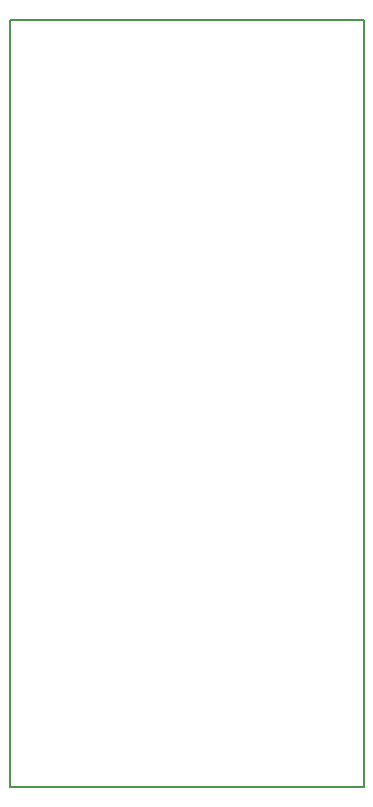
<source format=gm1>
G04 #@! TF.GenerationSoftware,KiCad,Pcbnew,(5.0.0)*
G04 #@! TF.CreationDate,2018-10-31T11:27:42+00:00*
G04 #@! TF.ProjectId,rpi0_HAT,727069305F4841542E6B696361645F70,rev?*
G04 #@! TF.SameCoordinates,Original*
G04 #@! TF.FileFunction,Profile,NP*
%FSLAX46Y46*%
G04 Gerber Fmt 4.6, Leading zero omitted, Abs format (unit mm)*
G04 Created by KiCad (PCBNEW (5.0.0)) date 10/31/18 11:27:42*
%MOMM*%
%LPD*%
G01*
G04 APERTURE LIST*
%ADD10C,0.150000*%
G04 APERTURE END LIST*
D10*
X121920000Y-147447000D02*
X121920000Y-82550000D01*
X151892000Y-147447000D02*
X121920000Y-147447000D01*
X151892000Y-82550000D02*
X151892000Y-147447000D01*
X121920000Y-82550000D02*
X151892000Y-82550000D01*
M02*

</source>
